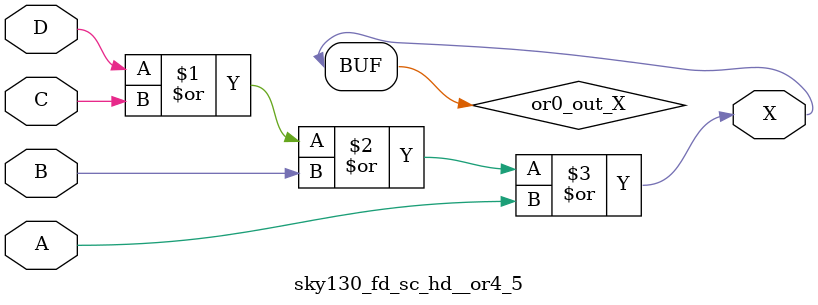
<source format=v>
module sky130_fd_sc_hd__or4_5 (
    X,
    A,
    B,
    C,
    D
);
    output X;
    input  A;
    input  B;
    input  C;
    input  D;
    wire or0_out_X;
    or  or0  (or0_out_X, D, C, B, A     );
    buf buf0 (X        , or0_out_X      );
endmodule
</source>
